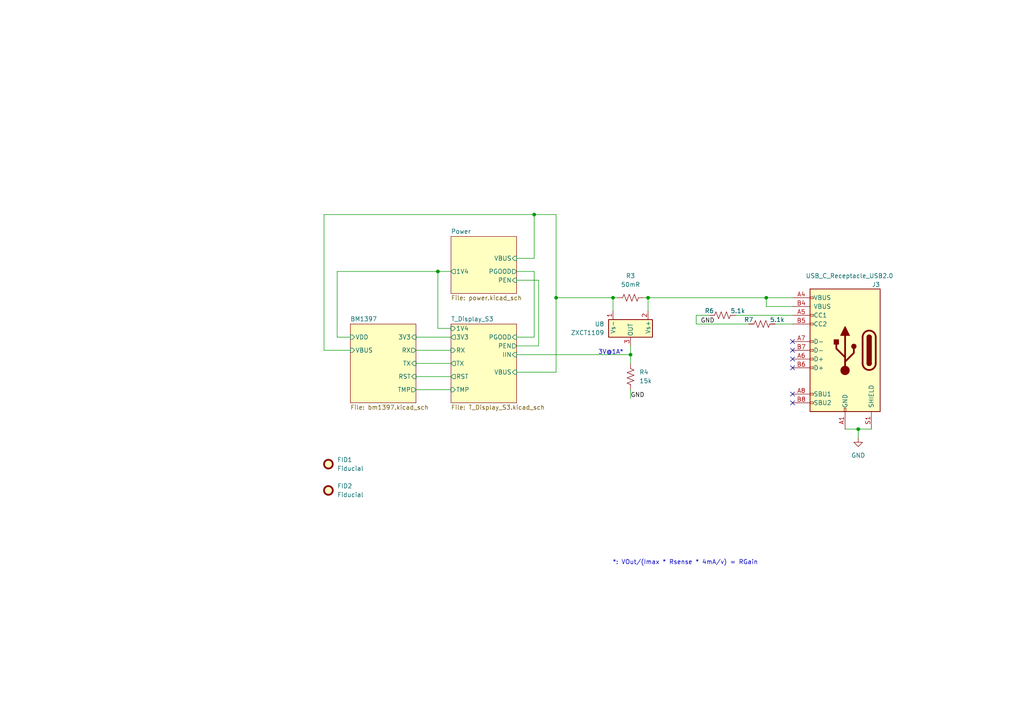
<source format=kicad_sch>
(kicad_sch (version 20231120) (generator "eeschema") (generator_version "8.0")
  (paper "A4")
  (title_block (title "NerdNOS") (date "2024-04-05") (rev "1"))
  (lib_symbols
    (symbol "Amplifier_Current:ZXCT1109" (pin_names (offset 0.254))
      (property "Reference" "U" (at 7.62 1.27 0))
      (property "Value" "ZXCT1109" (at 7.62 -1.27 0))
      (symbol "ZXCT1109_0_1"
        (rectangle (start -6.35 2.54) (end 6.35 -2.54) (stroke (width 0.254)) (fill (type background)))
      )
      (symbol "ZXCT1109_1_1"
        (pin input line (at 5.08 5.08 270) (length 2.54) (name "Vs-") (number "1"))
        (pin input line (at -5.08 5.08 270) (length 2.54) (name "Vs+") (number "2"))
        (pin output line (at 0 -5.08 90) (length 2.54) (name "OUT") (number "3"))
      )
    )
    (symbol "Device:R_US" (pin_numbers hide) (pin_names (offset 0))
      (property "Reference" "R" (at 2.54 0 90))
      (property "Value" "R_US" (at -2.54 0 90))
      (symbol "R_US_0_1"
        (polyline (pts (xy 0 -2.286) (xy 0 -2.54)))
        (polyline (pts (xy 0 2.286) (xy 0 2.54)))
        (polyline (pts (xy 0 -0.762) (xy 1.016 -1.143) (xy 0 -1.524) (xy -1.016 -1.905) (xy 0 -2.286)))
        (polyline (pts (xy 0 0.762) (xy 1.016 0.381) (xy 0 0) (xy -1.016 -0.381) (xy 0 -0.762)))
        (polyline (pts (xy 0 2.286) (xy 1.016 1.905) (xy 0 1.524) (xy -1.016 1.143) (xy 0 0.762)))
      )
      (symbol "R_US_1_1"
        (pin passive line (at 0 3.81 270) (length 1.27) (name "~") (number "1"))
        (pin passive line (at 0 -3.81 90) (length 1.27) (name "~") (number "2"))
      )
    )
    (symbol "Mechanical:Fiducial" (exclude_from_sim yes) (in_bom no)
      (property "Reference" "FID" (at 0 5.08 0))
      (property "Value" "Fiducial" (at 0 3.175 0))
      (symbol "Fiducial_0_1"
        (circle (center 0 0) (radius 1.27) (stroke (width 0.508)) (fill (type background)))
      )
    )
    (symbol "bitaxe:USB_C_Receptacle_USB2.0" (pin_names (offset 1.016))
      (property "Reference" "J" (at -10.16 19.05 0))
      (property "Value" "USB_C_Receptacle_USB2.0" (at 19.05 19.05 0))
      (symbol "USB_C_Receptacle_USB2.0_0_0"
        (rectangle (start -0.254 -17.78) (end 0.254 -16.764))
        (rectangle (start 10.16 -14.986) (end 9.144 -15.494))
        (rectangle (start 10.16 -12.446) (end 9.144 -12.954))
        (rectangle (start 10.16 -4.826) (end 9.144 -5.334))
        (rectangle (start 10.16 -2.286) (end 9.144 -2.794))
        (rectangle (start 10.16 0.254) (end 9.144 -0.254))
        (rectangle (start 10.16 2.794) (end 9.144 2.286))
        (rectangle (start 10.16 7.874) (end 9.144 7.366))
        (rectangle (start 10.16 10.414) (end 9.144 9.906))
        (rectangle (start 10.16 15.494) (end 9.144 14.986))
      )
      (symbol "USB_C_Receptacle_USB2.0_0_1"
        (rectangle (start -10.16 17.78) (end 10.16 -17.78) (stroke (width 0.254)) (fill (type background)))
        (arc (start -8.89 -3.81) (mid -6.985 -5.7067) (end -5.08 -3.81) (stroke (width 0.508)))
        (arc (start -7.62 -3.81) (mid -6.985 -4.4423) (end -6.35 -3.81) (stroke (width 0.254)))
        (arc (start -7.62 -3.81) (mid -6.985 -4.4423) (end -6.35 -3.81) (stroke (width 0.254)) (fill (type outline)))
        (rectangle (start -7.62 -3.81) (end -6.35 3.81) (stroke (width 0.254)) (fill (type outline)))
        (arc (start -6.35 3.81) (mid -6.985 4.4423) (end -7.62 3.81) (stroke (width 0.254)))
        (arc (start -6.35 3.81) (mid -6.985 4.4423) (end -7.62 3.81) (stroke (width 0.254)) (fill (type outline)))
        (arc (start -5.08 3.81) (mid -6.985 5.7067) (end -8.89 3.81) (stroke (width 0.508)))
        (circle (center -2.54 1.143) (radius 0.635) (stroke (width 0.254)) (fill (type outline)))
        (circle (center 0 -5.842) (radius 1.27) (fill (type outline)))
        (polyline (pts (xy -8.89 -3.81) (xy -8.89 3.81)) (stroke (width 0.508)))
        (polyline (pts (xy -5.08 3.81) (xy -5.08 -3.81)) (stroke (width 0.508)))
        (polyline (pts (xy 0 -5.842) (xy 0 4.318)) (stroke (width 0.508)))
        (polyline (pts (xy 0 -3.302) (xy -2.54 -0.762) (xy -2.54 0.508)) (stroke (width 0.508)))
        (polyline (pts (xy 0 -2.032) (xy 2.54 0.508) (xy 2.54 1.778)) (stroke (width 0.508)))
        (polyline (pts (xy -1.27 4.318) (xy 0 6.858) (xy 1.27 4.318) (xy -1.27 4.318)) (stroke (width 0.254)) (fill (type outline)))
        (rectangle (start 1.905 1.778) (end 3.175 3.048) (stroke (width 0.254)) (fill (type outline)))
      )
      (symbol "USB_C_Receptacle_USB2.0_1_1"
        (pin passive line (at 0 -22.86 90) (length 5.08) (name "GND") (number "A1"))
        (pin power_out line (at 15.24 15.24 180) (length 5.08) (name "VBUS") (number "A4"))
        (pin bidirectional line (at 15.24 10.16 180) (length 5.08) (name "CC1") (number "A5"))
        (pin bidirectional line (at 15.24 -2.54 180) (length 5.08) (name "D+") (number "A6"))
        (pin bidirectional line (at 15.24 2.54 180) (length 5.08) (name "D-") (number "A7"))
        (pin bidirectional line (at 15.24 -12.7 180) (length 5.08) (name "SBU1") (number "A8"))
        (pin passive line (at 0 -22.86 90) (length 5.08) hide (name "GND") (number "B1"))
        (pin passive line (at 15.24 12.7 180) (length 5.08) (name "VBUS") (number "B4"))
        (pin bidirectional line (at 15.24 7.62 180) (length 5.08) (name "CC2") (number "B5"))
        (pin bidirectional line (at 15.24 -5.08 180) (length 5.08) (name "D+") (number "B6"))
        (pin bidirectional line (at 15.24 0 180) (length 5.08) (name "D-") (number "B7"))
        (pin bidirectional line (at 15.24 -15.24 180) (length 5.08) (name "SBU2") (number "B8"))
        (pin passive line (at -7.62 -22.86 90) (length 5.08) (name "SHIELD") (number "S1"))
      )
    )
    (symbol "power:GND" (power) (pin_numbers hide) (pin_names (offset 0) hide)
      (property "Value" "GND" (at 0 -3.81 0))
      (symbol "GND_0_1"
        (polyline (pts (xy 0 0) (xy 0 -1.27) (xy 1.27 -1.27) (xy 0 -2.54) (xy -1.27 -1.27) (xy 0 -1.27)))
      )
      (symbol "GND_1_1"
        (pin power_in line (at 0 0 270) (length 0) (name "~") (number "1"))
      )
    )
  )
  (junction (at 161.29 86.36))
  (junction (at 154.94 62.23))
  (junction (at 248.92 124.46))
  (junction (at 177.8 86.36))
  (junction (at 187.96 86.36))
  (junction (at 127 78.74))
  (junction (at 182.88 102.87))
  (junction (at 222.25 86.36))
  (no_connect (at 229.87 101.6))
  (no_connect (at 229.87 99.06))
  (no_connect (at 229.87 106.68))
  (no_connect (at 229.87 114.3))
  (no_connect (at 229.87 104.14))
  (no_connect (at 229.87 116.84))
  (wire (pts (xy 149.86 102.87) (xy 182.88 102.87)))
  (wire (pts (xy 156.21 81.28) (xy 149.86 81.28)))
  (wire (pts (xy 120.65 113.03) (xy 130.81 113.03)))
  (wire (pts (xy 224.79 93.98) (xy 229.87 93.98)))
  (wire (pts (xy 93.98 101.6) (xy 101.6 101.6)))
  (wire (pts (xy 182.88 102.87) (xy 182.88 105.41)))
  (wire (pts (xy 161.29 86.36) (xy 177.8 86.36)))
  (wire (pts (xy 120.65 109.22) (xy 130.81 109.22)))
  (wire (pts (xy 217.17 93.98) (xy 201.93 93.98)))
  (wire (pts (xy 154.94 74.93) (xy 154.94 62.23)))
  (wire (pts (xy 130.81 78.74) (xy 127 78.74)))
  (wire (pts (xy 201.93 93.98) (xy 201.93 91.44)))
  (wire (pts (xy 93.98 62.23) (xy 93.98 101.6)))
  (wire (pts (xy 182.88 113.03) (xy 182.88 115.57)))
  (wire (pts (xy 187.96 86.36) (xy 187.96 90.17)))
  (wire (pts (xy 186.69 86.36) (xy 187.96 86.36)))
  (wire (pts (xy 120.65 101.6) (xy 130.81 101.6)))
  (wire (pts (xy 120.65 105.41) (xy 130.81 105.41)))
  (wire (pts (xy 222.25 86.36) (xy 222.25 88.9)))
  (wire (pts (xy 222.25 88.9) (xy 229.87 88.9)))
  (wire (pts (xy 177.8 86.36) (xy 179.07 86.36)))
  (wire (pts (xy 93.98 62.23) (xy 154.94 62.23)))
  (wire (pts (xy 213.36 91.44) (xy 229.87 91.44)))
  (wire (pts (xy 130.81 95.25) (xy 127 95.25)))
  (wire (pts (xy 120.65 97.79) (xy 130.81 97.79)))
  (wire (pts (xy 156.21 100.33) (xy 156.21 81.28)))
  (wire (pts (xy 149.86 107.95) (xy 161.29 107.95)))
  (wire (pts (xy 177.8 90.17) (xy 177.8 86.36)))
  (wire (pts (xy 248.92 124.46) (xy 248.92 127)))
  (wire (pts (xy 187.96 86.36) (xy 222.25 86.36)))
  (wire (pts (xy 154.94 97.79) (xy 154.94 78.74)))
  (wire (pts (xy 97.79 78.74) (xy 97.79 97.79)))
  (wire (pts (xy 161.29 62.23) (xy 154.94 62.23)))
  (wire (pts (xy 154.94 78.74) (xy 149.86 78.74)))
  (wire (pts (xy 149.86 97.79) (xy 154.94 97.79)))
  (wire (pts (xy 127 78.74) (xy 97.79 78.74)))
  (wire (pts (xy 161.29 62.23) (xy 161.29 86.36)))
  (wire (pts (xy 161.29 86.36) (xy 161.29 107.95)))
  (wire (pts (xy 245.11 124.46) (xy 248.92 124.46)))
  (wire (pts (xy 149.86 74.93) (xy 154.94 74.93)))
  (wire (pts (xy 97.79 97.79) (xy 101.6 97.79)))
  (wire (pts (xy 248.92 124.46) (xy 252.73 124.46)))
  (wire (pts (xy 182.88 100.33) (xy 182.88 102.87)))
  (wire (pts (xy 201.93 91.44) (xy 205.74 91.44)))
  (wire (pts (xy 222.25 86.36) (xy 229.87 86.36)))
  (wire (pts (xy 149.86 100.33) (xy 156.21 100.33)))
  (wire (pts (xy 127 95.25) (xy 127 78.74)))
  (text "3V@1A*" (at 177.165 102.235 0) (effects (font (size 1.27 1.27))))
  (text "*: VOut/(Imax * Rsense * 4mA/v) = RGain" (at 198.755 163.195 0) (effects (font (size 1.27 1.27))))
  (label "GND" (at 182.88 115.57 0))
  (label "GND" (at 203.2 93.98 0))
  (symbol (lib_id "Amplifier_Current:ZXCT1109") (at 182.88 95.25 0) (mirror y) (unit 1)
    (property "Reference" "U8" (at 175.26 93.9799 0) (effects (justify left)))
    (property "Value" "ZXCT1109" (at 175.26 96.5199 0) (effects (justify left)))
    (property "Footprint" "Package_TO_SOT_SMD:SOT-23" (effects (hide yes)))
    (property "Datasheet" "https://www.diodes.com/assets/Datasheets/ZXCT1107_10.pdf" (effects (hide yes)))
    (property "Description" "Low Power High-Side Current Monitors, SOT-23" (effects (hide yes)))
    (property "DK" "ZXCT1109SA-7DICT-ND" (effects (hide yes)))
    (property "PARTNO" "ZXCT1109SA-7" (effects (hide yes)))
  )
  (symbol (lib_id "bitaxe:USB_C_Receptacle_USB2.0") (at 245.11 101.6 0) (mirror y) (unit 1)
    (property "Reference" "J3" (at 255.27 82.55 0) (effects (justify left)))
    (property "Value" "USB_C_Receptacle_USB2.0" (at 233.68 80.01 0) (effects (justify right)))
    (property "Footprint" "Connector_USB:USB_C_Receptacle_GCT_USB4105-xx-A_16P_TopMnt_Horizontal" (effects (hide yes)))
    (property "Datasheet" "https://www.usb.org/sites/default/files/documents/usb_type-c.zip" (effects (hide yes)))
    (property "Description" "USB 2.0-only Type-C Receptacle connector" (effects (hide yes)))
    (property "DK" "2073-USB4105-GF-ACT-ND" (effects (hide yes)))
    (property "PARTNO" "USB4105-GF-A" (effects (hide yes)))
  )
  (symbol (lib_id "Device:R_US") (at 182.88 86.36 90) (unit 1)
    (property "Reference" "R3" (at 182.88 80.01 90))
    (property "Value" "50mR" (at 182.88 82.55 90))
    (property "Footprint" "Resistor_SMD:R_1206_3216Metric" (effects (hide yes)))
    (property "Description" "Resistor, US symbol" (effects (hide yes)))
    (property "DK" "WSLP-.05CT-ND" (effects (hide yes)))
    (property "PARTNO" "RES 0.05 OHM 1% 1W 1206" (effects (hide yes)))
  )
  (symbol (lib_id "power:GND") (at 248.92 127 0) (unit 1)
    (property "Reference" "#PWR04" (effects (hide yes)))
    (property "Value" "GND" (at 248.92 132.08 0))
    (property "Description" "Power symbol creates a global label with name \"GND\" , ground" (effects (hide yes)))
  )
  (symbol (lib_id "Device:R_US") (at 209.55 91.44 90) (unit 1)
    (property "Reference" "R6" (at 205.74 90.17 90))
    (property "Value" "5.1k" (at 213.995 90.17 90))
    (property "Footprint" "Resistor_SMD:R_0402_1005Metric" (effects (hide yes)))
    (property "DK" "RMCF0402JT5K10CT-ND" (effects (hide yes)))
    (property "PARTNO" "RMCF0402JT5K10" (effects (hide yes)))
  )
  (symbol (lib_id "Mechanical:Fiducial") (at 95.25 142.24 0) (unit 1) (exclude_from_sim yes) (in_bom no)
    (property "Reference" "FID2" (at 97.79 140.9699 0) (effects (justify left)))
    (property "Value" "Fiducial" (at 97.79 143.5099 0) (effects (justify left)))
    (property "Footprint" "Fiducial:Fiducial_1mm_Mask2mm" (effects (hide yes)))
    (property "Description" "Fiducial Marker" (effects (hide yes)))
  )
  (symbol (lib_id "Device:R_US") (at 182.88 109.22 180) (unit 1)
    (property "Reference" "R4" (at 185.42 107.9499 0) (effects (justify right)))
    (property "Value" "15k" (at 185.42 110.4899 0) (effects (justify right)))
    (property "Footprint" "Resistor_SMD:R_0402_1005Metric" (effects (hide yes)))
    (property "Description" "Resistor, US symbol" (effects (hide yes)))
    (property "DK" "P15.0KLCT-ND" (effects (hide yes)))
    (property "PARTNO" "ERJ-2RKF1502X" (effects (hide yes)))
  )
  (symbol (lib_id "Device:R_US") (at 220.98 93.98 90) (unit 1)
    (property "Reference" "R7" (at 217.17 92.71 90))
    (property "Value" "5.1k" (at 225.425 92.71 90))
    (property "Footprint" "Resistor_SMD:R_0402_1005Metric" (effects (hide yes)))
    (property "DK" "RMCF0402JT5K10CT-ND" (effects (hide yes)))
    (property "PARTNO" "RMCF0402JT5K10" (effects (hide yes)))
  )
  (symbol (lib_id "Mechanical:Fiducial") (at 95.25 134.62 0) (unit 1) (exclude_from_sim yes) (in_bom no)
    (property "Reference" "FID1" (at 97.79 133.3499 0) (effects (justify left)))
    (property "Value" "Fiducial" (at 97.79 135.8899 0) (effects (justify left)))
    (property "Footprint" "Fiducial:Fiducial_1mm_Mask2mm" (effects (hide yes)))
    (property "Description" "Fiducial Marker" (effects (hide yes)))
  )
  (sheet (at 101.6 93.98) (size 19.05 22.86) (stroke (width 0.1524)) (fill (color 255 255 194 1.0000))
    (property "Sheetname" "BM1397" (at 101.6 93.2684 0) (effects (justify left bottom)))
    (property "Sheetfile" "bm1397.kicad_sch" (at 101.6 117.4246 0) (effects (justify left top)))
    (pin "VDD" input (at 101.6 97.79 180))
    (pin "TX" input (at 120.65 105.41 0))
    (pin "3V3" input (at 120.65 97.79 0))
    (pin "RX" output (at 120.65 101.6 0))
    (pin "RST" input (at 120.65 109.22 0))
    (pin "VBUS" input (at 101.6 101.6 180))
    (pin "TMP" output (at 120.65 113.03 0))
  )
  (sheet (at 130.81 68.58) (size 19.05 16.51) (stroke (width 0.1524)) (fill (color 255 255 194 1.0000))
    (property "Sheetname" "Power" (at 130.81 67.8684 0) (effects (justify left bottom)))
    (property "Sheetfile" "power.kicad_sch" (at 130.81 85.6746 0) (effects (justify left top)))
    (pin "VBUS" input (at 149.86 74.93 0))
    (pin "1V4" output (at 130.81 78.74 180))
    (pin "PGOOD" output (at 149.86 78.74 0))
    (pin "PEN" input (at 149.86 81.28 0))
  )
  (sheet (at 130.81 93.98) (size 19.05 22.86) (stroke (width 0.1524)) (fill (color 255 255 194 1.0000))
    (property "Sheetname" "T_Display_S3" (at 130.81 93.2684 0) (effects (justify left bottom)))
    (property "Sheetfile" "T_Display_S3.kicad_sch" (at 130.81 117.4246 0) (effects (justify left top)))
    (pin "VBUS" input (at 149.86 107.95 0))
    (pin "RX" input (at 130.81 101.6 180))
    (pin "TX" output (at 130.81 105.41 180))
    (pin "RST" output (at 130.81 109.22 180))
    (pin "3V3" output (at 130.81 97.79 180))
    (pin "TMP" input (at 130.81 113.03 180))
    (pin "PGOOD" input (at 149.86 97.79 0))
    (pin "PEN" output (at 149.86 100.33 0))
    (pin "IIN" input (at 149.86 102.87 0))
    (pin "1V4" input (at 130.81 95.25 180))
  )
)
</source>
